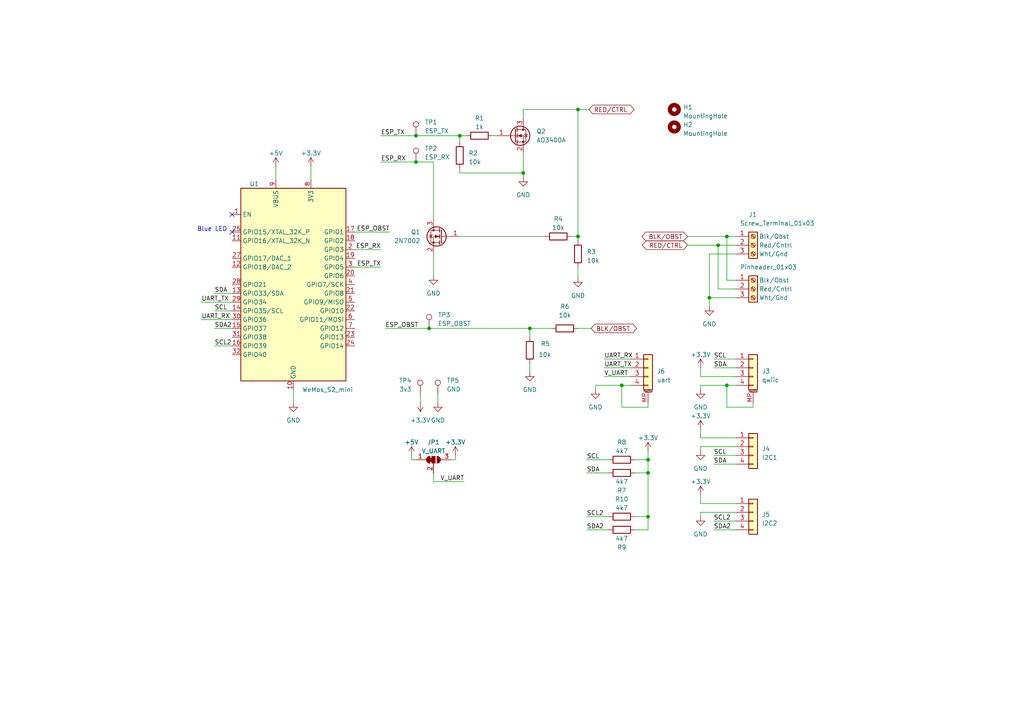
<source format=kicad_sch>
(kicad_sch (version 20230121) (generator eeschema)
  (paper "A4")
  (lib_symbols
    (symbol "Connector:Screw_Terminal_01x03" (pin_names (offset 3))
      (property "Reference" "J3" (at -1.27 8.89 0))
      (property "Value" "Screw_Terminal_01x03" (at -3.81 6.35 0))
      (symbol "Screw_Terminal_01x03_1_1"
        (rectangle (start -1.27 3.81) (end 1.27 -3.81) (stroke (width 0.254)) (fill (type background)))
        (circle (center 0 -2.54) (radius 0.635) (stroke (width 0.1524)))
        (polyline (pts (xy -0.5334 -2.2098) (xy 0.3302 -3.048)) (stroke (width 0.1524)))
        (polyline (pts (xy -0.5334 0.3302) (xy 0.3302 -0.508)) (stroke (width 0.1524)))
        (polyline (pts (xy -0.5334 2.8702) (xy 0.3302 2.032)) (stroke (width 0.1524)))
        (polyline (pts (xy -0.3556 -2.032) (xy 0.508 -2.8702)) (stroke (width 0.1524)))
        (polyline (pts (xy -0.3556 0.508) (xy 0.508 -0.3302)) (stroke (width 0.1524)))
        (polyline (pts (xy -0.3556 3.048) (xy 0.508 2.2098)) (stroke (width 0.1524)))
        (circle (center 0 0) (radius 0.635) (stroke (width 0.1524)))
        (circle (center 0 2.54) (radius 0.635) (stroke (width 0.1524)))
        (pin passive line (at -5.08 2.54 0) (length 3.81) (name "Blk/Obst") (number "1"))
        (pin passive line (at -5.08 0 0) (length 3.81) (name "Red/Cntrl") (number "2"))
        (pin passive line (at -5.08 -2.54 0) (length 3.81) (name "Wht/Gnd") (number "3"))
      )
    )
    (symbol "Connector:TestPoint" (pin_numbers hide) (pin_names (offset 0.762) hide)
      (property "Reference" "TP" (at 0 6.858 0))
      (property "Value" "TestPoint" (at 0 5.08 0))
      (symbol "TestPoint_0_1"
        (circle (center 0 3.302) (radius 0.762))
      )
      (symbol "TestPoint_1_1"
        (pin passive line (at 0 0 90) (length 2.54) (name "1") (number "1"))
      )
    )
    (symbol "Connector_Generic:Conn_01x04" (pin_names (offset 1.016) hide)
      (property "Reference" "J" (at 0 5.08 0))
      (property "Value" "Conn_01x04" (at 0 -7.62 0))
      (symbol "Conn_01x04_1_1"
        (rectangle (start -1.27 -4.953) (end 0 -5.207) (stroke (width 0.1524)))
        (rectangle (start -1.27 -2.413) (end 0 -2.667) (stroke (width 0.1524)))
        (rectangle (start -1.27 0.127) (end 0 -0.127) (stroke (width 0.1524)))
        (rectangle (start -1.27 2.667) (end 0 2.413) (stroke (width 0.1524)))
        (rectangle (start -1.27 3.81) (end 1.27 -6.35) (stroke (width 0.254)) (fill (type background)))
        (pin passive line (at -5.08 2.54 0) (length 3.81) (name "Pin_1") (number "1"))
        (pin passive line (at -5.08 0 0) (length 3.81) (name "Pin_2") (number "2"))
        (pin passive line (at -5.08 -2.54 0) (length 3.81) (name "Pin_3") (number "3"))
        (pin passive line (at -5.08 -5.08 0) (length 3.81) (name "Pin_4") (number "4"))
      )
    )
    (symbol "Connector_Generic_MountingPin:Conn_01x04_MountingPin" (pin_names (offset 1.016) hide)
      (property "Reference" "J" (at 0 5.08 0))
      (property "Value" "Conn_01x04_MountingPin" (at 1.27 -7.62 0))
      (symbol "Conn_01x04_MountingPin_1_1"
        (rectangle (start -1.27 -4.953) (end 0 -5.207) (stroke (width 0.1524)))
        (rectangle (start -1.27 -2.413) (end 0 -2.667) (stroke (width 0.1524)))
        (rectangle (start -1.27 0.127) (end 0 -0.127) (stroke (width 0.1524)))
        (rectangle (start -1.27 2.667) (end 0 2.413) (stroke (width 0.1524)))
        (rectangle (start -1.27 3.81) (end 1.27 -6.35) (stroke (width 0.254)) (fill (type background)))
        (polyline (pts (xy -1.016 -7.112) (xy 1.016 -7.112)) (stroke (width 0.1524)))
        (text "Mounting" (at 0 -6.731 0) (effects (font (size 0.381 0.381))))
        (pin passive line (at -5.08 2.54 0) (length 3.81) (name "Pin_1") (number "1"))
        (pin passive line (at -5.08 0 0) (length 3.81) (name "Pin_2") (number "2"))
        (pin passive line (at -5.08 -2.54 0) (length 3.81) (name "Pin_3") (number "3"))
        (pin passive line (at -5.08 -5.08 0) (length 3.81) (name "Pin_4") (number "4"))
        (pin passive line (at 0 -10.16 90) (length 3.048) (name "MountPin") (number "MP"))
      )
    )
    (symbol "Device:R" (pin_numbers hide) (pin_names (offset 0))
      (property "Reference" "R" (at 2.032 0 90))
      (property "Value" "R" (at 0 0 90))
      (symbol "R_0_1"
        (rectangle (start -1.016 -2.54) (end 1.016 2.54) (stroke (width 0.254)))
      )
      (symbol "R_1_1"
        (pin passive line (at 0 3.81 270) (length 1.27) (name "~") (number "1"))
        (pin passive line (at 0 -3.81 90) (length 1.27) (name "~") (number "2"))
      )
    )
    (symbol "Jumper:SolderJumper_3_Bridged12" (pin_names (offset 0) hide)
      (property "Reference" "JP" (at -2.54 -2.54 0))
      (property "Value" "SolderJumper_3_Bridged12" (at 0 2.794 0))
      (symbol "SolderJumper_3_Bridged12_0_1"
        (rectangle (start -1.016 0.508) (end -0.508 -0.508) (fill (type outline)))
        (arc (start -1.016 1.016) (mid -2.0276 0) (end -1.016 -1.016))
        (arc (start -1.016 1.016) (mid -2.0276 0) (end -1.016 -1.016) (fill (type outline)))
        (rectangle (start -0.508 1.016) (end 0.508 -1.016) (fill (type outline)))
        (polyline (pts (xy -2.54 0) (xy -2.032 0)))
        (polyline (pts (xy -1.016 1.016) (xy -1.016 -1.016)))
        (polyline (pts (xy 0 -1.27) (xy 0 -1.016)))
        (polyline (pts (xy 1.016 1.016) (xy 1.016 -1.016)))
        (polyline (pts (xy 2.54 0) (xy 2.032 0)))
        (arc (start 1.016 -1.016) (mid 2.0276 0) (end 1.016 1.016))
        (arc (start 1.016 -1.016) (mid 2.0276 0) (end 1.016 1.016) (fill (type outline)))
      )
      (symbol "SolderJumper_3_Bridged12_1_1"
        (pin passive line (at -5.08 0 0) (length 2.54) (name "A") (number "1"))
        (pin passive line (at 0 -3.81 90) (length 2.54) (name "C") (number "2"))
        (pin passive line (at 5.08 0 180) (length 2.54) (name "B") (number "3"))
      )
    )
    (symbol "Mechanical:MountingHole" (pin_names (offset 1.016))
      (property "Reference" "H" (at 0 5.08 0))
      (property "Value" "MountingHole" (at 0 3.175 0))
      (symbol "MountingHole_0_1"
        (circle (center 0 0) (radius 1.27) (stroke (width 1.27)))
      )
    )
    (symbol "Screw_Terminal_01x03_1" (pin_names (offset 3))
      (property "Reference" "J1" (at -1.27 8.89 0))
      (property "Value" "Screw_Terminal_01x03" (at -3.81 6.35 0))
      (symbol "Screw_Terminal_01x03_1_1_1"
        (rectangle (start -1.27 3.81) (end 1.27 -3.81) (stroke (width 0.254)) (fill (type background)))
        (circle (center 0 -2.54) (radius 0.635) (stroke (width 0.1524)))
        (polyline (pts (xy -0.5334 -2.2098) (xy 0.3302 -3.048)) (stroke (width 0.1524)))
        (polyline (pts (xy -0.5334 0.3302) (xy 0.3302 -0.508)) (stroke (width 0.1524)))
        (polyline (pts (xy -0.5334 2.8702) (xy 0.3302 2.032)) (stroke (width 0.1524)))
        (polyline (pts (xy -0.3556 -2.032) (xy 0.508 -2.8702)) (stroke (width 0.1524)))
        (polyline (pts (xy -0.3556 0.508) (xy 0.508 -0.3302)) (stroke (width 0.1524)))
        (polyline (pts (xy -0.3556 3.048) (xy 0.508 2.2098)) (stroke (width 0.1524)))
        (circle (center 0 0) (radius 0.635) (stroke (width 0.1524)))
        (circle (center 0 2.54) (radius 0.635) (stroke (width 0.1524)))
        (pin passive line (at -5.08 2.54 0) (length 3.81) (name "Blk/Obst") (number "1"))
        (pin passive line (at -5.08 0 0) (length 3.81) (name "Red/Cntrl") (number "2"))
        (pin passive line (at -5.08 -2.54 0) (length 3.81) (name "Wht/Gnd") (number "3"))
      )
    )
    (symbol "Transistor_FET:2N7002" (pin_names hide)
      (property "Reference" "Q" (at 5.08 1.905 0))
      (property "Value" "2N7002" (at 5.08 0 0))
      (symbol "2N7002_0_1"
        (polyline (pts (xy 0.254 0) (xy -2.54 0)))
        (polyline (pts (xy 0.254 1.905) (xy 0.254 -1.905)) (stroke (width 0.254)))
        (polyline (pts (xy 0.762 -1.27) (xy 0.762 -2.286)) (stroke (width 0.254)))
        (polyline (pts (xy 0.762 0.508) (xy 0.762 -0.508)) (stroke (width 0.254)))
        (polyline (pts (xy 0.762 2.286) (xy 0.762 1.27)) (stroke (width 0.254)))
        (polyline (pts (xy 2.54 2.54) (xy 2.54 1.778)))
        (polyline (pts (xy 2.54 -2.54) (xy 2.54 0) (xy 0.762 0)))
        (polyline (pts (xy 0.762 -1.778) (xy 3.302 -1.778) (xy 3.302 1.778) (xy 0.762 1.778)))
        (polyline (pts (xy 1.016 0) (xy 2.032 0.381) (xy 2.032 -0.381) (xy 1.016 0)) (fill (type outline)))
        (polyline (pts (xy 2.794 0.508) (xy 2.921 0.381) (xy 3.683 0.381) (xy 3.81 0.254)))
        (polyline (pts (xy 3.302 0.381) (xy 2.921 -0.254) (xy 3.683 -0.254) (xy 3.302 0.381)))
        (circle (center 1.651 0) (radius 2.794) (stroke (width 0.254)))
        (circle (center 2.54 -1.778) (radius 0.254) (fill (type outline)))
        (circle (center 2.54 1.778) (radius 0.254) (fill (type outline)))
      )
      (symbol "2N7002_1_1"
        (pin input line (at -5.08 0 0) (length 2.54) (name "G") (number "1"))
        (pin passive line (at 2.54 -5.08 90) (length 2.54) (name "S") (number "2"))
        (pin passive line (at 2.54 5.08 270) (length 2.54) (name "D") (number "3"))
      )
    )
    (symbol "Transistor_FET:AO3400A" (pin_names hide)
      (property "Reference" "Q" (at 5.08 1.905 0))
      (property "Value" "AO3400A" (at 5.08 0 0))
      (symbol "AO3400A_0_1"
        (polyline (pts (xy 0.254 0) (xy -2.54 0)))
        (polyline (pts (xy 0.254 1.905) (xy 0.254 -1.905)) (stroke (width 0.254)))
        (polyline (pts (xy 0.762 -1.27) (xy 0.762 -2.286)) (stroke (width 0.254)))
        (polyline (pts (xy 0.762 0.508) (xy 0.762 -0.508)) (stroke (width 0.254)))
        (polyline (pts (xy 0.762 2.286) (xy 0.762 1.27)) (stroke (width 0.254)))
        (polyline (pts (xy 2.54 2.54) (xy 2.54 1.778)))
        (polyline (pts (xy 2.54 -2.54) (xy 2.54 0) (xy 0.762 0)))
        (polyline (pts (xy 0.762 -1.778) (xy 3.302 -1.778) (xy 3.302 1.778) (xy 0.762 1.778)))
        (polyline (pts (xy 1.016 0) (xy 2.032 0.381) (xy 2.032 -0.381) (xy 1.016 0)) (fill (type outline)))
        (polyline (pts (xy 2.794 0.508) (xy 2.921 0.381) (xy 3.683 0.381) (xy 3.81 0.254)))
        (polyline (pts (xy 3.302 0.381) (xy 2.921 -0.254) (xy 3.683 -0.254) (xy 3.302 0.381)))
        (circle (center 1.651 0) (radius 2.794) (stroke (width 0.254)))
        (circle (center 2.54 -1.778) (radius 0.254) (fill (type outline)))
        (circle (center 2.54 1.778) (radius 0.254) (fill (type outline)))
      )
      (symbol "AO3400A_1_1"
        (pin input line (at -5.08 0 0) (length 2.54) (name "G") (number "1"))
        (pin passive line (at 2.54 -5.08 90) (length 2.54) (name "S") (number "2"))
        (pin passive line (at 2.54 5.08 270) (length 2.54) (name "D") (number "3"))
      )
    )
    (symbol "power:+3.3V" (power) (pin_names (offset 0))
      (property "Value" "+3.3V" (at 0 3.556 0))
      (symbol "+3.3V_0_1"
        (polyline (pts (xy -0.762 1.27) (xy 0 2.54)))
        (polyline (pts (xy 0 0) (xy 0 2.54)))
        (polyline (pts (xy 0 2.54) (xy 0.762 1.27)))
      )
      (symbol "+3.3V_1_1"
        (pin power_in line (at 0 0 90) (length 0) hide (name "+3.3V") (number "1"))
      )
    )
    (symbol "power:+5V" (power) (pin_names (offset 0))
      (property "Value" "+5V" (at 0 3.556 0))
      (symbol "+5V_0_1"
        (polyline (pts (xy -0.762 1.27) (xy 0 2.54)))
        (polyline (pts (xy 0 0) (xy 0 2.54)))
        (polyline (pts (xy 0 2.54) (xy 0.762 1.27)))
      )
      (symbol "+5V_1_1"
        (pin power_in line (at 0 0 90) (length 0) hide (name "+5V") (number "1"))
      )
    )
    (symbol "power:GND" (power) (pin_names (offset 0))
      (property "Value" "GND" (at 0 -3.81 0))
      (symbol "GND_0_1"
        (polyline (pts (xy 0 0) (xy 0 -1.27) (xy 1.27 -1.27) (xy 0 -2.54) (xy -1.27 -1.27) (xy 0 -1.27)))
      )
      (symbol "GND_1_1"
        (pin power_in line (at 0 0 270) (length 0) hide (name "GND") (number "1"))
      )
    )
    (symbol "wemos_s2_mini:WeMos_S2_mini"
      (property "Reference" "U" (at 2.54 -30.48 0))
      (property "Value" "WeMos_S2_mini" (at 2.54 -33.02 0))
      (symbol "WeMos_S2_mini_1_1"
        (rectangle (start -15.24 27.94) (end 15.24 -27.94) (stroke (width 0.254)) (fill (type background)))
        (pin input line (at -17.78 20.32 0) (length 2.54) (name "EN") (number "1"))
        (pin power_in line (at 0 -30.48 90) (length 2.54) (name "GND") (number "10"))
        (pin input line (at -17.78 12.7 0) (length 2.54) (name "GPIO16/XTAL_32K_N") (number "11"))
        (pin output line (at -17.78 5.08 0) (length 2.54) (name "GPIO18/DAC_2") (number "12"))
        (pin bidirectional line (at -17.78 -2.54 0) (length 2.54) (name "GPIO33/SDA") (number "13"))
        (pin bidirectional line (at -17.78 -7.62 0) (length 2.54) (name "GPIO35/SCL") (number "14"))
        (pin bidirectional line (at -17.78 -12.7 0) (length 2.54) (name "GPIO37") (number "15"))
        (pin bidirectional line (at -17.78 -17.78 0) (length 2.54) (name "GPIO39") (number "16"))
        (pin bidirectional line (at 17.78 15.24 180) (length 2.54) (name "GPIO1") (number "17"))
        (pin bidirectional line (at 17.78 12.7 180) (length 2.54) (name "GPIO2") (number "18"))
        (pin bidirectional line (at 17.78 7.62 180) (length 2.54) (name "GPIO4") (number "19"))
        (pin bidirectional line (at 17.78 10.16 180) (length 2.54) (name "GPIO3") (number "2"))
        (pin bidirectional line (at 17.78 2.54 180) (length 2.54) (name "GPIO6") (number "20"))
        (pin bidirectional line (at 17.78 -2.54 180) (length 2.54) (name "GPIO8") (number "21"))
        (pin bidirectional line (at 17.78 -7.62 180) (length 2.54) (name "GPIO10") (number "22"))
        (pin bidirectional line (at 17.78 -15.24 180) (length 2.54) (name "GPIO13") (number "23"))
        (pin bidirectional line (at 17.78 -17.78 180) (length 2.54) (name "GPIO14") (number "24"))
        (pin output line (at -17.78 15.24 0) (length 2.54) (name "GPIO15/XTAL_32K_P") (number "25"))
        (pin passive line (at 0 -30.48 90) (length 2.54) hide (name "GND") (number "26"))
        (pin output line (at -17.78 7.62 0) (length 2.54) (name "GPIO17/DAC_1") (number "27"))
        (pin bidirectional line (at -17.78 0 0) (length 2.54) (name "GPIO21") (number "28"))
        (pin bidirectional line (at -17.78 -5.08 0) (length 2.54) (name "GPIO34") (number "29"))
        (pin bidirectional line (at 17.78 5.08 180) (length 2.54) (name "GPIO5") (number "3"))
        (pin bidirectional line (at -17.78 -10.16 0) (length 2.54) (name "GPIO36") (number "30"))
        (pin bidirectional line (at -17.78 -15.24 0) (length 2.54) (name "GPIO38") (number "31"))
        (pin bidirectional line (at -17.78 -20.32 0) (length 2.54) (name "GPIO40") (number "32"))
        (pin bidirectional line (at 17.78 0 180) (length 2.54) (name "GPIO7/SCK") (number "4"))
        (pin bidirectional line (at 17.78 -5.08 180) (length 2.54) (name "GPIO9/MISO") (number "5"))
        (pin bidirectional line (at 17.78 -10.16 180) (length 2.54) (name "GPIO11/MOSI") (number "6"))
        (pin bidirectional line (at 17.78 -12.7 180) (length 2.54) (name "GPIO12") (number "7"))
        (pin power_out line (at 5.08 30.48 270) (length 2.54) (name "3V3") (number "8"))
        (pin power_out line (at -5.08 30.48 270) (length 2.54) (name "VBUS") (number "9"))
      )
    )
  )
  (junction (at 205.74 86.36))
  (junction (at 167.64 31.75))
  (junction (at 187.96 149.86))
  (junction (at 120.65 39.37))
  (junction (at 210.82 68.58))
  (junction (at 120.65 46.99))
  (junction (at 133.35 39.37))
  (junction (at 124.46 95.25))
  (junction (at 180.34 111.76))
  (junction (at 167.64 68.58))
  (junction (at 151.765 50.165))
  (junction (at 153.67 95.25))
  (junction (at 208.28 71.12))
  (junction (at 187.96 137.16))
  (junction (at 187.96 133.35))
  (junction (at 210.82 111.76))
  (no_connect (at 67.31 67.31))
  (no_connect (at 67.31 62.23))
  (wire (pts (xy 207.01 106.68) (xy 213.36 106.68)))
  (wire (pts (xy 203.2 146.05) (xy 203.2 143.51)))
  (wire (pts (xy 187.96 153.67) (xy 187.96 149.86)))
  (wire (pts (xy 125.73 73.66) (xy 125.73 80.01)))
  (wire (pts (xy 133.35 48.895) (xy 133.35 50.165)))
  (wire (pts (xy 207.01 104.14) (xy 213.36 104.14)))
  (wire (pts (xy 218.44 118.11) (xy 210.82 118.11)))
  (wire (pts (xy 205.74 73.66) (xy 213.36 73.66)))
  (wire (pts (xy 58.42 87.63) (xy 67.31 87.63)))
  (wire (pts (xy 180.34 111.76) (xy 182.88 111.76)))
  (wire (pts (xy 175.26 109.22) (xy 182.88 109.22)))
  (wire (pts (xy 62.23 100.33) (xy 67.31 100.33)))
  (wire (pts (xy 187.96 118.11) (xy 180.34 118.11)))
  (wire (pts (xy 184.15 137.16) (xy 187.96 137.16)))
  (wire (pts (xy 119.38 133.35) (xy 119.38 132.08)))
  (wire (pts (xy 210.82 118.11) (xy 210.82 111.76)))
  (wire (pts (xy 203.2 127) (xy 213.36 127)))
  (wire (pts (xy 208.28 71.12) (xy 213.36 71.12)))
  (wire (pts (xy 127 114.3) (xy 127 116.84)))
  (wire (pts (xy 133.35 39.37) (xy 133.35 41.275)))
  (wire (pts (xy 187.96 133.35) (xy 187.96 137.16)))
  (wire (pts (xy 167.64 77.47) (xy 167.64 80.645)))
  (wire (pts (xy 170.18 137.16) (xy 176.53 137.16)))
  (wire (pts (xy 90.17 48.26) (xy 90.17 52.07)))
  (wire (pts (xy 180.34 118.11) (xy 180.34 111.76)))
  (wire (pts (xy 172.72 111.76) (xy 172.72 113.03)))
  (wire (pts (xy 208.28 71.12) (xy 208.28 83.82)))
  (wire (pts (xy 187.96 133.35) (xy 187.96 130.81)))
  (wire (pts (xy 187.96 116.84) (xy 187.96 118.11)))
  (wire (pts (xy 110.49 39.37) (xy 120.65 39.37)))
  (wire (pts (xy 203.2 111.76) (xy 203.2 113.03)))
  (wire (pts (xy 120.65 133.35) (xy 119.38 133.35)))
  (wire (pts (xy 80.01 48.26) (xy 80.01 52.07)))
  (wire (pts (xy 170.18 153.67) (xy 176.53 153.67)))
  (wire (pts (xy 125.73 46.99) (xy 125.73 63.5)))
  (wire (pts (xy 121.92 114.3) (xy 121.92 116.84)))
  (wire (pts (xy 184.15 153.67) (xy 187.96 153.67)))
  (wire (pts (xy 142.875 39.37) (xy 144.145 39.37)))
  (wire (pts (xy 203.2 146.05) (xy 213.36 146.05)))
  (wire (pts (xy 203.2 109.22) (xy 203.2 106.68)))
  (wire (pts (xy 165.735 68.58) (xy 167.64 68.58)))
  (wire (pts (xy 175.26 106.68) (xy 182.88 106.68)))
  (wire (pts (xy 213.36 81.28) (xy 210.82 81.28)))
  (wire (pts (xy 62.23 95.25) (xy 67.31 95.25)))
  (wire (pts (xy 153.67 95.25) (xy 153.67 97.79)))
  (wire (pts (xy 210.82 68.58) (xy 213.36 68.58)))
  (wire (pts (xy 184.15 149.86) (xy 187.96 149.86)))
  (wire (pts (xy 203.2 111.76) (xy 210.82 111.76)))
  (wire (pts (xy 132.08 133.35) (xy 132.08 132.08)))
  (wire (pts (xy 102.87 77.47) (xy 110.49 77.47)))
  (wire (pts (xy 153.67 105.41) (xy 153.67 107.95)))
  (wire (pts (xy 205.74 86.36) (xy 205.74 88.9)))
  (wire (pts (xy 85.09 113.03) (xy 85.09 116.84)))
  (wire (pts (xy 62.23 85.09) (xy 67.31 85.09)))
  (wire (pts (xy 120.65 46.99) (xy 125.73 46.99)))
  (wire (pts (xy 153.67 95.25) (xy 160.02 95.25)))
  (wire (pts (xy 167.64 95.25) (xy 171.45 95.25)))
  (wire (pts (xy 207.01 134.62) (xy 213.36 134.62)))
  (wire (pts (xy 170.18 149.86) (xy 176.53 149.86)))
  (wire (pts (xy 210.82 111.76) (xy 213.36 111.76)))
  (wire (pts (xy 120.65 39.37) (xy 133.35 39.37)))
  (wire (pts (xy 207.01 151.13) (xy 213.36 151.13)))
  (wire (pts (xy 213.36 86.36) (xy 205.74 86.36)))
  (wire (pts (xy 203.2 148.59) (xy 213.36 148.59)))
  (wire (pts (xy 167.64 31.75) (xy 170.815 31.75)))
  (wire (pts (xy 199.39 68.58) (xy 210.82 68.58)))
  (wire (pts (xy 184.15 133.35) (xy 187.96 133.35)))
  (wire (pts (xy 203.2 109.22) (xy 213.36 109.22)))
  (wire (pts (xy 207.01 132.08) (xy 213.36 132.08)))
  (wire (pts (xy 102.87 72.39) (xy 110.49 72.39)))
  (wire (pts (xy 207.01 153.67) (xy 213.36 153.67)))
  (wire (pts (xy 187.96 137.16) (xy 187.96 149.86)))
  (wire (pts (xy 130.81 133.35) (xy 132.08 133.35)))
  (wire (pts (xy 172.72 111.76) (xy 180.34 111.76)))
  (wire (pts (xy 203.2 129.54) (xy 203.2 130.81)))
  (wire (pts (xy 210.82 68.58) (xy 210.82 81.28)))
  (wire (pts (xy 110.49 46.99) (xy 120.65 46.99)))
  (wire (pts (xy 133.35 68.58) (xy 158.115 68.58)))
  (wire (pts (xy 205.74 73.66) (xy 205.74 86.36)))
  (wire (pts (xy 133.35 50.165) (xy 151.765 50.165)))
  (wire (pts (xy 151.765 34.29) (xy 151.765 31.75)))
  (wire (pts (xy 203.2 129.54) (xy 213.36 129.54)))
  (wire (pts (xy 151.765 50.165) (xy 151.765 51.435)))
  (wire (pts (xy 125.73 137.16) (xy 125.73 139.7)))
  (wire (pts (xy 133.35 39.37) (xy 135.255 39.37)))
  (wire (pts (xy 125.73 139.7) (xy 134.62 139.7)))
  (wire (pts (xy 102.87 67.31) (xy 113.03 67.31)))
  (wire (pts (xy 62.23 90.17) (xy 67.31 90.17)))
  (wire (pts (xy 151.765 31.75) (xy 167.64 31.75)))
  (wire (pts (xy 167.64 31.75) (xy 167.64 68.58)))
  (wire (pts (xy 175.26 104.14) (xy 182.88 104.14)))
  (wire (pts (xy 124.46 95.25) (xy 153.67 95.25)))
  (wire (pts (xy 203.2 148.59) (xy 203.2 149.86)))
  (wire (pts (xy 170.18 133.35) (xy 176.53 133.35)))
  (wire (pts (xy 203.2 127) (xy 203.2 124.46)))
  (wire (pts (xy 213.36 83.82) (xy 208.28 83.82)))
  (wire (pts (xy 218.44 116.84) (xy 218.44 118.11)))
  (wire (pts (xy 151.765 44.45) (xy 151.765 50.165)))
  (wire (pts (xy 111.76 95.25) (xy 124.46 95.25)))
  (wire (pts (xy 167.64 68.58) (xy 167.64 69.85)))
  (wire (pts (xy 199.39 71.12) (xy 208.28 71.12)))
  (wire (pts (xy 58.42 92.71) (xy 67.31 92.71)))
  (text "Blue LED" (at 57.15 67.31 0) (effects (font (size 1.27 1.27)) (justify left bottom)))
  (label "ESP_RX" (at 110.49 46.99 0))
  (label "ESP_TX" (at 110.49 77.47 180))
  (label "SCL2" (at 207.01 151.13 0))
  (label "ESP_OBST" (at 113.03 67.31 180))
  (label "V_UART" (at 134.62 139.7 180))
  (label "SCL" (at 207.01 132.08 0))
  (label "UART_TX" (at 175.26 106.68 0))
  (label "SDA" (at 207.01 134.62 0))
  (label "SCL2" (at 170.18 149.86 0))
  (label "ESP_OBST" (at 111.76 95.25 0))
  (label "SDA" (at 170.18 137.16 0))
  (label "SDA2" (at 170.18 153.67 0))
  (label "SDA" (at 62.23 85.09 0))
  (label "V_UART" (at 175.26 109.22 0))
  (label "ESP_TX" (at 110.49 39.37 0))
  (label "UART_RX" (at 175.26 104.14 0))
  (label "SDA" (at 207.01 106.68 0))
  (label "SCL" (at 207.01 104.14 0))
  (label "ESP_RX" (at 110.49 72.39 180))
  (label "SDA2" (at 62.23 95.25 0))
  (label "SCL" (at 62.23 90.17 0))
  (label "SCL" (at 170.18 133.35 0))
  (label "SDA2" (at 207.01 153.67 0))
  (label "UART_TX" (at 58.42 87.63 0))
  (label "SCL2" (at 62.23 100.33 0))
  (label "UART_RX" (at 58.42 92.71 0))
  (global_label "BLK{slash}OBST" (shape bidirectional) (at 171.45 95.25 0) (property "Intersheetrefs" "${INTERSHEET_REFS}" (effects hide)))
  (global_label "RED{slash}CTRL" (shape bidirectional) (at 170.815 31.75 0) (property "Intersheetrefs" "${INTERSHEET_REFS}" (effects hide)))
  (global_label "RED{slash}CTRL" (shape bidirectional) (at 199.39 71.12 180) (property "Intersheetrefs" "${INTERSHEET_REFS}" (effects hide)))
  (global_label "BLK{slash}OBST" (shape bidirectional) (at 199.39 68.58 180) (property "Intersheetrefs" "${INTERSHEET_REFS}" (effects hide)))
  (symbol (lib_name "Screw_Terminal_01x03_1") (lib_id "Connector:Screw_Terminal_01x03") (at 218.44 71.12 0) (unit 1)
    (property "Reference" "J1" (at 217.17 62.23 0) (effects (justify left)))
    (property "Value" "Screw_Terminal_01x03" (at 214.63 64.77 0) (effects (justify left)))
    (property "Footprint" "TerminalBlock_Phoenix:TerminalBlock_Phoenix_MKDS-1,5-3_1x03_P5.00mm_Horizontal" (effects hide))
  )
  (symbol (lib_id "Jumper:SolderJumper_3_Bridged12") (at 125.73 133.35 0) (unit 1)
    (property "Reference" "JP1" (at 125.73 128.27 0))
    (property "Value" "V_UART" (at 125.73 130.81 0))
    (property "Footprint" "Jumper:SolderJumper-3_P1.3mm_Bridged12_RoundedPad1.0x1.5mm_NumberLabels" (effects hide))
  )
  (symbol (lib_id "Device:R") (at 180.34 137.16 90) (mirror x) (unit 1)
    (property "Reference" "R7" (at 180.34 142.24 90))
    (property "Value" "4k7" (at 180.34 139.7 90))
    (property "Footprint" "Resistor_SMD:R_0805_2012Metric_Pad1.20x1.40mm_HandSolder" (effects hide))
  )
  (symbol (lib_id "Connector:Screw_Terminal_01x03") (at 218.44 83.82 0) (unit 1)
    (property "Reference" "J2" (effects hide))
    (property "Value" "Pinheader_01x03" (at 214.63 77.47 0) (effects (justify left)))
    (property "Footprint" "Connector_PinHeader_2.54mm:PinHeader_1x03_P2.54mm_Vertical" (effects hide))
  )
  (symbol (lib_id "Transistor_FET:2N7002") (at 128.27 68.58 0) (mirror y) (unit 1)
    (property "Reference" "Q1" (at 121.92 67.31 0) (effects (justify left)))
    (property "Value" "2N7002" (at 121.92 69.85 0) (effects (justify left)))
    (property "Footprint" "Package_TO_SOT_SMD:SOT-23_Handsoldering" (effects hide))
    (property "Datasheet" "https://www.onsemi.com/pub/Collateral/NDS7002A-D.PDF" (effects hide))
  )
  (symbol (lib_id "power:+3.3V") (at 90.17 48.26 0) (unit 1)
    (property "Reference" "#PWR03" (effects hide))
    (property "Value" "+3.3V" (at 90.17 44.45 0))
  )
  (symbol (lib_id "power:+5V") (at 119.38 132.08 0) (unit 1)
    (property "Reference" "#PWR018" (effects hide))
    (property "Value" "+5V" (at 119.38 128.27 0))
  )
  (symbol (lib_id "Connector_Generic:Conn_01x04") (at 218.44 148.59 0) (unit 1)
    (property "Reference" "J5" (at 220.98 149.225 0) (effects (justify left)))
    (property "Value" "I2C2" (at 220.98 151.765 0) (effects (justify left)))
    (property "Footprint" "Connector_PinHeader_2.54mm:PinHeader_1x04_P2.54mm_Vertical" (effects hide))
  )
  (symbol (lib_id "power:GND") (at 85.09 116.84 0) (unit 1)
    (property "Reference" "#PWR01" (effects hide))
    (property "Value" "GND" (at 85.09 121.92 0))
  )
  (symbol (lib_id "Connector_Generic_MountingPin:Conn_01x04_MountingPin") (at 187.96 106.68 0) (unit 1)
    (property "Reference" "J6" (at 190.5 107.6706 0) (effects (justify left)))
    (property "Value" "uart" (at 190.5 110.2106 0) (effects (justify left)))
    (property "Footprint" "Connector_JST:JST_SH_BM04B-SRSS-TB_1x04-1MP_P1.00mm_Vertical" (effects hide))
  )
  (symbol (lib_id "Connector:TestPoint") (at 121.92 114.3 0) (mirror y) (unit 1)
    (property "Reference" "TP4" (at 119.38 110.363 0) (effects (justify left)))
    (property "Value" "3v3" (at 119.38 112.903 0) (effects (justify left)))
    (property "Footprint" "TestPoint:TestPoint_Pad_D1.5mm" (effects hide))
  )
  (symbol (lib_id "Device:R") (at 167.64 73.66 180) (unit 1)
    (property "Reference" "R3" (at 170.18 73.025 0) (effects (justify right)))
    (property "Value" "10k" (at 170.18 75.565 0) (effects (justify right)))
    (property "Footprint" "Resistor_SMD:R_0805_2012Metric_Pad1.20x1.40mm_HandSolder" (effects hide))
  )
  (symbol (lib_id "Connector:TestPoint") (at 124.46 95.25 0) (unit 1)
    (property "Reference" "TP3" (at 127 91.313 0) (effects (justify left)))
    (property "Value" "ESP_OBST" (at 127 93.853 0) (effects (justify left)))
    (property "Footprint" "TestPoint:TestPoint_Pad_D1.5mm" (effects hide))
  )
  (symbol (lib_id "power:+5V") (at 80.01 48.26 0) (unit 1)
    (property "Reference" "#PWR02" (effects hide))
    (property "Value" "+5V" (at 80.01 44.45 0))
  )
  (symbol (lib_id "power:GND") (at 203.2 149.86 0) (unit 1)
    (property "Reference" "#PWR015" (effects hide))
    (property "Value" "GND" (at 203.2 154.94 0))
  )
  (symbol (lib_id "Device:R") (at 153.67 101.6 0) (unit 1)
    (property "Reference" "R5" (at 156.845 99.695 0) (effects (justify left)))
    (property "Value" "10k" (at 156.21 102.87 0) (effects (justify left)))
    (property "Footprint" "Resistor_SMD:R_0805_2012Metric_Pad1.20x1.40mm_HandSolder" (effects hide))
  )
  (symbol (lib_id "power:GND") (at 172.72 113.03 0) (unit 1)
    (property "Reference" "#PWR019" (effects hide))
    (property "Value" "GND" (at 172.72 118.11 0))
  )
  (symbol (lib_id "Connector:TestPoint") (at 120.65 46.99 0) (unit 1)
    (property "Reference" "TP2" (at 123.19 43.053 0) (effects (justify left)))
    (property "Value" "ESP_RX" (at 123.19 45.593 0) (effects (justify left)))
    (property "Footprint" "TestPoint:TestPoint_Pad_D1.5mm" (effects hide))
  )
  (symbol (lib_id "power:GND") (at 153.67 107.95 0) (unit 1)
    (property "Reference" "#PWR07" (effects hide))
    (property "Value" "GND" (at 153.67 113.03 0))
  )
  (symbol (lib_id "power:+3.3V") (at 132.08 132.08 0) (unit 1)
    (property "Reference" "#PWR020" (effects hide))
    (property "Value" "+3.3V" (at 132.08 128.27 0))
  )
  (symbol (lib_id "power:+3.3V") (at 121.92 116.84 180) (unit 1)
    (property "Reference" "#PWR016" (effects hide))
    (property "Value" "+3.3V" (at 121.92 121.92 0))
  )
  (symbol (lib_id "Transistor_FET:AO3400A") (at 149.225 39.37 0) (unit 1)
    (property "Reference" "Q2" (at 155.575 38.1 0) (effects (justify left)))
    (property "Value" "AO3400A" (at 155.575 40.64 0) (effects (justify left)))
    (property "Footprint" "Package_TO_SOT_SMD:SOT-23_Handsoldering" (effects hide))
    (property "Datasheet" "http://www.aosmd.com/pdfs/datasheet/AO3400A.pdf" (effects hide))
  )
  (symbol (lib_id "Device:R") (at 180.34 153.67 90) (mirror x) (unit 1)
    (property "Reference" "R9" (at 180.34 158.75 90))
    (property "Value" "4k7" (at 180.34 156.21 90))
    (property "Footprint" "Resistor_SMD:R_0805_2012Metric_Pad1.20x1.40mm_HandSolder" (effects hide))
  )
  (symbol (lib_id "power:GND") (at 205.74 88.9 0) (unit 1)
    (property "Reference" "#PWR08" (effects hide))
    (property "Value" "GND" (at 205.74 93.98 0))
  )
  (symbol (lib_id "Connector:TestPoint") (at 127 114.3 0) (unit 1)
    (property "Reference" "TP5" (at 129.54 110.363 0) (effects (justify left)))
    (property "Value" "GND" (at 129.54 112.903 0) (effects (justify left)))
    (property "Footprint" "TestPoint:TestPoint_Pad_D1.5mm" (effects hide))
  )
  (symbol (lib_id "Device:R") (at 180.34 149.86 90) (unit 1)
    (property "Reference" "R10" (at 180.34 144.78 90))
    (property "Value" "4k7" (at 180.34 147.32 90))
    (property "Footprint" "Resistor_SMD:R_0805_2012Metric_Pad1.20x1.40mm_HandSolder" (effects hide))
  )
  (symbol (lib_id "power:+3.3V") (at 203.2 106.68 0) (unit 1)
    (property "Reference" "#PWR010" (effects hide))
    (property "Value" "+3.3V" (at 203.2 102.87 0))
  )
  (symbol (lib_id "Device:R") (at 139.065 39.37 270) (unit 1)
    (property "Reference" "R1" (at 139.065 34.29 90))
    (property "Value" "1k" (at 139.065 36.83 90))
    (property "Footprint" "Resistor_SMD:R_0805_2012Metric_Pad1.20x1.40mm_HandSolder" (effects hide))
  )
  (symbol (lib_id "Mechanical:MountingHole") (at 195.58 36.83 0) (unit 1)
    (property "Reference" "H2" (at 198.12 36.195 0) (effects (justify left)))
    (property "Value" "MountingHole" (at 198.12 38.735 0) (effects (justify left)))
    (property "Footprint" "MountingHole:MountingHole_3.2mm_M3" (effects hide))
  )
  (symbol (lib_id "Device:R") (at 161.925 68.58 270) (unit 1)
    (property "Reference" "R4" (at 161.925 63.5 90))
    (property "Value" "10k" (at 161.925 66.04 90))
    (property "Footprint" "Resistor_SMD:R_0805_2012Metric_Pad1.20x1.40mm_HandSolder" (effects hide))
  )
  (symbol (lib_id "wemos_s2_mini:WeMos_S2_mini") (at 85.09 82.55 0) (unit 1)
    (property "Reference" "U1" (at 72.39 53.34 0) (effects (justify left)))
    (property "Value" "WeMos_S2_mini" (at 87.63 113.03 0) (effects (justify left)))
    (property "Footprint" "footprints:WEMOS_S2_mini" (effects hide))
    (property "Datasheet" "https://www.wemos.cc/en/latest/s2/s2_mini.html" (effects hide))
  )
  (symbol (lib_id "power:+3.3V") (at 203.2 124.46 0) (unit 1)
    (property "Reference" "#PWR011" (effects hide))
    (property "Value" "+3.3V" (at 203.2 120.65 0))
  )
  (symbol (lib_id "Device:R") (at 180.34 133.35 270) (mirror x) (unit 1)
    (property "Reference" "R8" (at 180.34 128.27 90))
    (property "Value" "4k7" (at 180.34 130.81 90))
    (property "Footprint" "Resistor_SMD:R_0805_2012Metric_Pad1.20x1.40mm_HandSolder" (effects hide))
  )
  (symbol (lib_id "Device:R") (at 133.35 45.085 0) (unit 1)
    (property "Reference" "R2" (at 135.89 44.45 0) (effects (justify left)))
    (property "Value" "10k" (at 135.89 46.99 0) (effects (justify left)))
    (property "Footprint" "Resistor_SMD:R_0805_2012Metric_Pad1.20x1.40mm_HandSolder" (effects hide))
  )
  (symbol (lib_id "power:GND") (at 203.2 113.03 0) (unit 1)
    (property "Reference" "#PWR09" (effects hide))
    (property "Value" "GND" (at 203.2 118.11 0))
  )
  (symbol (lib_id "Connector_Generic_MountingPin:Conn_01x04_MountingPin") (at 218.44 106.68 0) (unit 1)
    (property "Reference" "J3" (at 220.98 107.6706 0) (effects (justify left)))
    (property "Value" "qwiic" (at 220.98 110.2106 0) (effects (justify left)))
    (property "Footprint" "Connector_JST:JST_SH_BM04B-SRSS-TB_1x04-1MP_P1.00mm_Vertical" (effects hide))
  )
  (symbol (lib_id "Connector_Generic:Conn_01x04") (at 218.44 129.54 0) (unit 1)
    (property "Reference" "J4" (at 220.98 130.175 0) (effects (justify left)))
    (property "Value" "I2C1" (at 220.98 132.715 0) (effects (justify left)))
    (property "Footprint" "Connector_PinHeader_2.54mm:PinHeader_1x04_P2.54mm_Vertical" (effects hide))
  )
  (symbol (lib_id "power:GND") (at 167.64 80.645 0) (unit 1)
    (property "Reference" "#PWR06" (effects hide))
    (property "Value" "GND" (at 167.64 85.725 0))
  )
  (symbol (lib_id "power:+3.3V") (at 203.2 143.51 0) (unit 1)
    (property "Reference" "#PWR014" (effects hide))
    (property "Value" "+3.3V" (at 203.2 139.7 0))
  )
  (symbol (lib_id "power:GND") (at 125.73 80.01 0) (unit 1)
    (property "Reference" "#PWR04" (effects hide))
    (property "Value" "GND" (at 125.73 85.09 0))
  )
  (symbol (lib_id "power:GND") (at 151.765 51.435 0) (unit 1)
    (property "Reference" "#PWR05" (effects hide))
    (property "Value" "GND" (at 151.765 56.515 0))
  )
  (symbol (lib_id "Mechanical:MountingHole") (at 195.58 31.75 0) (unit 1)
    (property "Reference" "H1" (at 198.12 31.115 0) (effects (justify left)))
    (property "Value" "MountingHole" (at 198.12 33.655 0) (effects (justify left)))
    (property "Footprint" "MountingHole:MountingHole_3.2mm_M3" (effects hide))
  )
  (symbol (lib_id "Device:R") (at 163.83 95.25 270) (unit 1)
    (property "Reference" "R6" (at 163.83 88.9 90))
    (property "Value" "10k" (at 163.83 91.44 90))
    (property "Footprint" "Resistor_SMD:R_0805_2012Metric_Pad1.20x1.40mm_HandSolder" (effects hide))
  )
  (symbol (lib_id "power:+3.3V") (at 187.96 130.81 0) (unit 1)
    (property "Reference" "#PWR013" (effects hide))
    (property "Value" "+3.3V" (at 187.96 127 0))
  )
  (symbol (lib_id "power:GND") (at 127 116.84 0) (unit 1)
    (property "Reference" "#PWR017" (effects hide))
    (property "Value" "GND" (at 127 121.92 0))
  )
  (symbol (lib_id "power:GND") (at 203.2 130.81 0) (unit 1)
    (property "Reference" "#PWR012" (effects hide))
    (property "Value" "GND" (at 203.2 135.89 0))
  )
  (symbol (lib_id "Connector:TestPoint") (at 120.65 39.37 0) (unit 1)
    (property "Reference" "TP1" (at 123.19 35.433 0) (effects (justify left)))
    (property "Value" "ESP_TX" (at 123.19 37.973 0) (effects (justify left)))
    (property "Footprint" "TestPoint:TestPoint_Pad_D1.5mm" (effects hide))
  )
)
</source>
